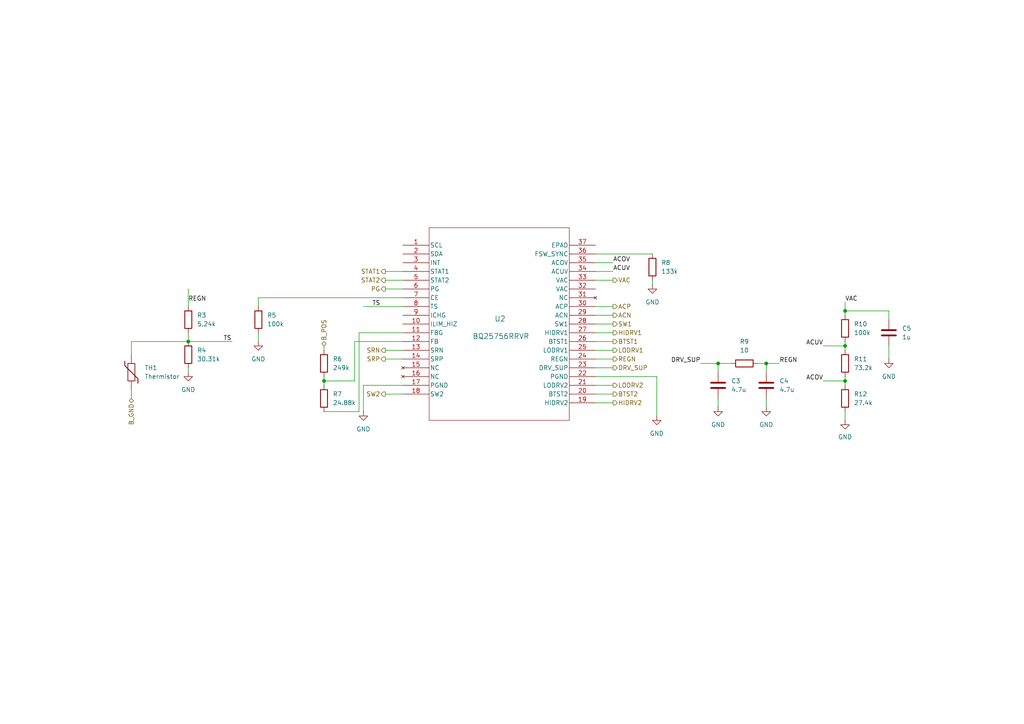
<source format=kicad_sch>
(kicad_sch (version 20231120) (generator "eeschema") (generator_version "8.0")
  (paper "A4")
  (lib_symbols
    (symbol "2025-05-13_07-39-33:BQ25756RRVR" (pin_names (offset 0.254))
      (property "Reference" "U" (at 0 33.02 0))
      (property "Value" "BQ25756RRVR" (at 0 30.48 0))
      (symbol "BQ25756RRVR_0_1"
        (polyline (pts (xy -20.32 -27.94) (xy 20.32 -27.94)) (stroke (width 0.127)))
        (polyline (pts (xy -20.32 27.94) (xy -20.32 -27.94)) (stroke (width 0.127)))
        (polyline (pts (xy 20.32 -27.94) (xy 20.32 27.94)) (stroke (width 0.127)))
        (polyline (pts (xy 20.32 27.94) (xy -20.32 27.94)) (stroke (width 0.127)))
        (pin input line (at -27.94 22.86 0) (length 7.62) (name "SCL") (number "1"))
        (pin input line (at -27.94 0 0) (length 7.62) (name "ILIM_HIZ") (number "10"))
        (pin input line (at -27.94 -2.54 0) (length 7.62) (name "FBG") (number "11"))
        (pin input line (at -27.94 -5.08 0) (length 7.62) (name "FB") (number "12"))
        (pin input line (at -27.94 -7.62 0) (length 7.62) (name "SRN") (number "13"))
        (pin input line (at -27.94 -10.16 0) (length 7.62) (name "SRP") (number "14"))
        (pin no_connect line (at -27.94 -12.7 0) (length 7.62) (name "NC") (number "15"))
        (pin no_connect line (at -27.94 -15.24 0) (length 7.62) (name "NC") (number "16"))
        (pin power_out line (at -27.94 -17.78 0) (length 7.62) (name "PGND") (number "17"))
        (pin power_in line (at -27.94 -20.32 0) (length 7.62) (name "SW2") (number "18"))
        (pin output line (at 27.94 -22.86 180) (length 7.62) (name "HIDRV2") (number "19"))
        (pin bidirectional line (at -27.94 20.32 0) (length 7.62) (name "SDA") (number "2"))
        (pin power_in line (at 27.94 -20.32 180) (length 7.62) (name "BTST2") (number "20"))
        (pin output line (at 27.94 -17.78 180) (length 7.62) (name "LODRV2") (number "21"))
        (pin power_in line (at 27.94 -15.24 180) (length 7.62) (name "PGND") (number "22"))
        (pin power_in line (at 27.94 -12.7 180) (length 7.62) (name "DRV_SUP") (number "23"))
        (pin power_in line (at 27.94 -10.16 180) (length 7.62) (name "REGN") (number "24"))
        (pin output line (at 27.94 -7.62 180) (length 7.62) (name "LODRV1") (number "25"))
        (pin power_in line (at 27.94 -5.08 180) (length 7.62) (name "BTST1") (number "26"))
        (pin output line (at 27.94 -2.54 180) (length 7.62) (name "HIDRV1") (number "27"))
        (pin power_in line (at 27.94 0 180) (length 7.62) (name "SW1") (number "28"))
        (pin input line (at 27.94 2.54 180) (length 7.62) (name "ACN") (number "29"))
        (pin output line (at -27.94 17.78 0) (length 7.62) (name "INT") (number "3"))
        (pin input line (at 27.94 5.08 180) (length 7.62) (name "ACP") (number "30"))
        (pin no_connect line (at 27.94 7.62 180) (length 7.62) (name "NC") (number "31"))
        (pin power_in line (at 27.94 10.16 180) (length 7.62) (name "VAC") (number "32"))
        (pin input line (at 27.94 12.7 180) (length 7.62) (name "VAC") (number "33"))
        (pin input line (at 27.94 15.24 180) (length 7.62) (name "ACUV") (number "34"))
        (pin input line (at 27.94 17.78 180) (length 7.62) (name "ACOV") (number "35"))
        (pin power_in line (at 27.94 20.32 180) (length 7.62) (name "FSW_SYNC") (number "36"))
        (pin power_out line (at 27.94 22.86 180) (length 7.62) (name "EPAD") (number "37"))
        (pin output line (at -27.94 15.24 0) (length 7.62) (name "STAT1") (number "4"))
        (pin output line (at -27.94 12.7 0) (length 7.62) (name "STAT2") (number "5"))
        (pin output line (at -27.94 10.16 0) (length 7.62) (name "PG") (number "6"))
        (pin bidirectional line (at -27.94 7.62 0) (length 7.62) (name "CE") (number "7"))
        (pin input line (at -27.94 5.08 0) (length 7.62) (name "TS") (number "8"))
        (pin input line (at -27.94 2.54 0) (length 7.62) (name "ICHG") (number "9"))
      )
    )
    (symbol "Device:C" (pin_numbers hide) (pin_names (offset 0.254))
      (property "Reference" "C" (at 0.635 2.54 0))
      (property "Value" "C" (at 0.635 -2.54 0))
      (symbol "C_0_1"
        (polyline (pts (xy -2.032 -0.762) (xy 2.032 -0.762)) (stroke (width 0.508)))
        (polyline (pts (xy -2.032 0.762) (xy 2.032 0.762)) (stroke (width 0.508)))
      )
      (symbol "C_1_1"
        (pin passive line (at 0 3.81 270) (length 2.794) (name "~") (number "1"))
        (pin passive line (at 0 -3.81 90) (length 2.794) (name "~") (number "2"))
      )
    )
    (symbol "Device:R" (pin_numbers hide) (pin_names (offset 0))
      (property "Reference" "R" (at 2.032 0 90))
      (property "Value" "R" (at 0 0 90))
      (symbol "R_0_1"
        (rectangle (start -1.016 -2.54) (end 1.016 2.54) (stroke (width 0.254)))
      )
      (symbol "R_1_1"
        (pin passive line (at 0 3.81 270) (length 1.27) (name "~") (number "1"))
        (pin passive line (at 0 -3.81 90) (length 1.27) (name "~") (number "2"))
      )
    )
    (symbol "Device:Thermistor" (pin_numbers hide) (pin_names (offset 0))
      (property "Reference" "TH" (at 2.54 1.27 90))
      (property "Value" "Thermistor" (at -2.54 0 90))
      (symbol "Thermistor_0_1"
        (rectangle (start -1.016 2.54) (end 1.016 -2.54) (stroke (width 0.2032)))
        (polyline (pts (xy -1.905 3.175) (xy -1.905 1.905) (xy 1.905 -1.905) (xy 1.905 -3.175) (xy 1.905 -3.175)) (stroke (width 0.254)))
      )
      (symbol "Thermistor_1_1"
        (pin passive line (at 0 5.08 270) (length 2.54) (name "~") (number "1"))
        (pin passive line (at 0 -5.08 90) (length 2.54) (name "~") (number "2"))
      )
    )
    (symbol "power:GND" (power) (pin_numbers hide) (pin_names (offset 0) hide)
      (property "Value" "GND" (at 0 -3.81 0))
      (symbol "GND_0_1"
        (polyline (pts (xy 0 0) (xy 0 -1.27) (xy 1.27 -1.27) (xy 0 -2.54) (xy -1.27 -1.27) (xy 0 -1.27)))
      )
      (symbol "GND_1_1"
        (pin power_in line (at 0 0 270) (length 0) (name "~") (number "1"))
      )
    )
  )
  (junction (at 54.61 99.06))
  (junction (at 222.25 105.41))
  (junction (at 245.11 100.33))
  (junction (at 208.28 105.41))
  (junction (at 245.11 90.17))
  (junction (at 93.98 110.49))
  (junction (at 245.11 110.49))
  (wire (pts (xy 172.72 96.52) (xy 177.8 96.52)))
  (wire (pts (xy 104.14 96.52) (xy 104.14 119.38)))
  (wire (pts (xy 172.72 114.3) (xy 177.8 114.3)))
  (wire (pts (xy 238.76 100.33) (xy 245.11 100.33)))
  (wire (pts (xy 116.84 96.52) (xy 104.14 96.52)))
  (wire (pts (xy 172.72 111.76) (xy 177.8 111.76)))
  (wire (pts (xy 93.98 110.49) (xy 93.98 111.76)))
  (wire (pts (xy 38.1 99.06) (xy 54.61 99.06)))
  (wire (pts (xy 177.8 81.28) (xy 172.72 81.28)))
  (wire (pts (xy 172.72 101.6) (xy 177.8 101.6)))
  (wire (pts (xy 93.98 109.22) (xy 93.98 110.49)))
  (wire (pts (xy 172.72 104.14) (xy 177.8 104.14)))
  (wire (pts (xy 172.72 93.98) (xy 177.8 93.98)))
  (wire (pts (xy 54.61 96.52) (xy 54.61 99.06)))
  (wire (pts (xy 172.72 116.84) (xy 177.8 116.84)))
  (wire (pts (xy 245.11 109.22) (xy 245.11 110.49)))
  (wire (pts (xy 257.81 100.33) (xy 257.81 104.14)))
  (wire (pts (xy 172.72 88.9) (xy 177.8 88.9)))
  (wire (pts (xy 111.76 101.6) (xy 116.84 101.6)))
  (wire (pts (xy 257.81 90.17) (xy 245.11 90.17)))
  (wire (pts (xy 105.41 111.76) (xy 105.41 119.38)))
  (wire (pts (xy 203.2 105.41) (xy 208.28 105.41)))
  (wire (pts (xy 172.72 73.66) (xy 189.23 73.66)))
  (wire (pts (xy 208.28 105.41) (xy 208.28 107.95)))
  (wire (pts (xy 93.98 100.33) (xy 93.98 101.6)))
  (wire (pts (xy 116.84 111.76) (xy 105.41 111.76)))
  (wire (pts (xy 102.87 110.49) (xy 93.98 110.49)))
  (wire (pts (xy 257.81 92.71) (xy 257.81 90.17)))
  (wire (pts (xy 222.25 105.41) (xy 226.06 105.41)))
  (wire (pts (xy 172.72 91.44) (xy 177.8 91.44)))
  (wire (pts (xy 111.76 81.28) (xy 116.84 81.28)))
  (wire (pts (xy 54.61 106.68) (xy 54.61 107.95)))
  (wire (pts (xy 116.84 88.9) (xy 105.41 88.9)))
  (wire (pts (xy 222.25 115.57) (xy 222.25 118.11)))
  (wire (pts (xy 177.8 76.2) (xy 172.72 76.2)))
  (wire (pts (xy 74.93 86.36) (xy 116.84 86.36)))
  (wire (pts (xy 245.11 87.63) (xy 245.11 90.17)))
  (wire (pts (xy 245.11 110.49) (xy 245.11 111.76)))
  (wire (pts (xy 245.11 90.17) (xy 245.11 91.44)))
  (wire (pts (xy 190.5 120.65) (xy 190.5 109.22)))
  (wire (pts (xy 38.1 99.06) (xy 38.1 102.87)))
  (wire (pts (xy 208.28 115.57) (xy 208.28 118.11)))
  (wire (pts (xy 38.1 113.03) (xy 38.1 115.57)))
  (wire (pts (xy 74.93 99.06) (xy 74.93 96.52)))
  (wire (pts (xy 245.11 119.38) (xy 245.11 121.92)))
  (wire (pts (xy 177.8 78.74) (xy 172.72 78.74)))
  (wire (pts (xy 245.11 100.33) (xy 245.11 101.6)))
  (wire (pts (xy 219.71 105.41) (xy 222.25 105.41)))
  (wire (pts (xy 189.23 82.55) (xy 189.23 81.28)))
  (wire (pts (xy 222.25 107.95) (xy 222.25 105.41)))
  (wire (pts (xy 172.72 106.68) (xy 177.8 106.68)))
  (wire (pts (xy 111.76 83.82) (xy 116.84 83.82)))
  (wire (pts (xy 212.09 105.41) (xy 208.28 105.41)))
  (wire (pts (xy 190.5 109.22) (xy 172.72 109.22)))
  (wire (pts (xy 104.14 119.38) (xy 93.98 119.38)))
  (wire (pts (xy 245.11 99.06) (xy 245.11 100.33)))
  (wire (pts (xy 111.76 78.74) (xy 116.84 78.74)))
  (wire (pts (xy 54.61 99.06) (xy 67.31 99.06)))
  (wire (pts (xy 238.76 110.49) (xy 245.11 110.49)))
  (wire (pts (xy 111.76 104.14) (xy 116.84 104.14)))
  (wire (pts (xy 102.87 99.06) (xy 102.87 110.49)))
  (wire (pts (xy 116.84 99.06) (xy 102.87 99.06)))
  (wire (pts (xy 74.93 88.9) (xy 74.93 86.36)))
  (wire (pts (xy 54.61 83.82) (xy 54.61 88.9)))
  (wire (pts (xy 111.76 114.3) (xy 116.84 114.3)))
  (wire (pts (xy 172.72 99.06) (xy 177.8 99.06)))
  (label "DRV_SUP" (at 203.2 105.41 180))
  (label "TS" (at 107.95 88.9 0))
  (label "REGN" (at 226.06 105.41 0))
  (label "ACOV" (at 177.8 76.2 0))
  (label "ACUV" (at 238.76 100.33 180))
  (label "TS" (at 64.77 99.06 0))
  (label "VAC" (at 245.11 87.63 0))
  (label "ACUV" (at 177.8 78.74 0))
  (label "ACOV" (at 238.76 110.49 180))
  (label "REGN" (at 54.61 87.63 0))
  (hierarchical_label "HIDRV2" (shape output) (at 177.8 116.84 0))
  (hierarchical_label "PG" (shape output) (at 111.76 83.82 180))
  (hierarchical_label "REGN" (shape output) (at 177.8 104.14 0))
  (hierarchical_label "ACN" (shape output) (at 177.8 91.44 0))
  (hierarchical_label "SRN" (shape output) (at 111.76 101.6 180))
  (hierarchical_label "B_GND" (shape bidirectional) (at 38.1 115.57 270))
  (hierarchical_label "SRP" (shape output) (at 111.76 104.14 180))
  (hierarchical_label "LODRV2" (shape output) (at 177.8 111.76 0))
  (hierarchical_label "B_POS" (shape bidirectional) (at 93.98 100.33 90))
  (hierarchical_label "BTST2" (shape output) (at 177.8 114.3 0))
  (hierarchical_label "ACP" (shape output) (at 177.8 88.9 0))
  (hierarchical_label "SW2" (shape output) (at 111.76 114.3 180))
  (hierarchical_label "LODRV1" (shape output) (at 177.8 101.6 0))
  (hierarchical_label "STAT2" (shape output) (at 111.76 81.28 180))
  (hierarchical_label "BTST1" (shape output) (at 177.8 99.06 0))
  (hierarchical_label "DRV_SUP" (shape output) (at 177.8 106.68 0))
  (hierarchical_label "VAC" (shape output) (at 177.8 81.28 0))
  (hierarchical_label "HIDRV1" (shape output) (at 177.8 96.52 0))
  (hierarchical_label "STAT1" (shape output) (at 111.76 78.74 180))
  (hierarchical_label "SW1" (shape output) (at 177.8 93.98 0))
  (symbol (lib_id "power:GND") (at 54.61 107.95 0) (unit 1)
    (property "Reference" "#PWR8" (effects (hide yes)))
    (property "Value" "GND" (at 54.61 113.03 0))
    (property "Description" "Power symbol creates a global label with name \"GND\" , ground" (effects (hide yes)))
  )
  (symbol (lib_id "Device:R") (at 74.93 92.71 180) (unit 1)
    (property "Reference" "R5" (at 77.47 91.4399 0) (effects (justify right)))
    (property "Value" "100k" (at 77.47 93.9799 0) (effects (justify right)))
    (property "Description" "Resistor" (effects (hide yes)))
  )
  (symbol (lib_id "power:GND") (at 105.41 119.38 0) (unit 1)
    (property "Reference" "#PWR10" (effects (hide yes)))
    (property "Value" "GND" (at 105.41 124.46 0))
    (property "Description" "Power symbol creates a global label with name \"GND\" , ground" (effects (hide yes)))
  )
  (symbol (lib_id "Device:C") (at 208.28 111.76 0) (unit 1)
    (property "Reference" "C3" (at 212.09 110.4899 0) (effects (justify left)))
    (property "Value" "4.7u" (at 212.09 113.0299 0) (effects (justify left)))
    (property "Description" "Unpolarized capacitor" (effects (hide yes)))
  )
  (symbol (lib_id "power:GND") (at 190.5 120.65 0) (unit 1)
    (property "Reference" "#PWR12" (effects (hide yes)))
    (property "Value" "GND" (at 190.5 125.73 0))
    (property "Description" "Power symbol creates a global label with name \"GND\" , ground" (effects (hide yes)))
  )
  (symbol (lib_id "Device:C") (at 222.25 111.76 0) (unit 1)
    (property "Reference" "C4" (at 226.06 110.4899 0) (effects (justify left)))
    (property "Value" "4.7u" (at 226.06 113.0299 0) (effects (justify left)))
    (property "Description" "Unpolarized capacitor" (effects (hide yes)))
  )
  (symbol (lib_id "Device:R") (at 245.11 95.25 180) (unit 1)
    (property "Reference" "R10" (at 247.65 93.9799 0) (effects (justify right)))
    (property "Value" "100k" (at 247.65 96.5199 0) (effects (justify right)))
    (property "Description" "Resistor" (effects (hide yes)))
  )
  (symbol (lib_id "Device:R") (at 54.61 102.87 180) (unit 1)
    (property "Reference" "R4" (at 57.15 101.5999 0) (effects (justify right)))
    (property "Value" "30.31k" (at 57.15 104.1399 0) (effects (justify right)))
    (property "Description" "Resistor" (effects (hide yes)))
  )
  (symbol (lib_id "Device:R") (at 93.98 115.57 180) (unit 1)
    (property "Reference" "R7" (at 96.52 114.2999 0) (effects (justify right)))
    (property "Value" "24.88k" (at 96.52 116.8399 0) (effects (justify right)))
    (property "Description" "Resistor" (effects (hide yes)))
  )
  (symbol (lib_id "power:GND") (at 74.93 99.06 0) (unit 1)
    (property "Reference" "#PWR9" (effects (hide yes)))
    (property "Value" "GND" (at 74.93 104.14 0))
    (property "Description" "Power symbol creates a global label with name \"GND\" , ground" (effects (hide yes)))
  )
  (symbol (lib_id "power:GND") (at 245.11 121.92 0) (unit 1)
    (property "Reference" "#PWR15" (effects (hide yes)))
    (property "Value" "GND" (at 245.11 126.746 0))
    (property "Description" "Power symbol creates a global label with name \"GND\" , ground" (effects (hide yes)))
  )
  (symbol (lib_id "Device:R") (at 93.98 105.41 180) (unit 1)
    (property "Reference" "R6" (at 96.52 104.1399 0) (effects (justify right)))
    (property "Value" "249k" (at 96.52 106.6799 0) (effects (justify right)))
    (property "Description" "Resistor" (effects (hide yes)))
  )
  (symbol (lib_id "Device:Thermistor") (at 38.1 107.95 0) (unit 1)
    (property "Reference" "TH1" (at 41.91 106.6799 0) (effects (justify left)))
    (property "Value" "Thermistor" (at 41.91 109.2199 0) (effects (justify left)))
    (property "Footprint" "Resistor_SMD:R_0603_1608Metric" (effects (hide yes)))
  )
  (symbol (lib_id "power:GND") (at 257.81 104.14 0) (unit 1)
    (property "Reference" "#PWR16" (effects (hide yes)))
    (property "Value" "GND" (at 257.81 109.22 0))
    (property "Description" "Power symbol creates a global label with name \"GND\" , ground" (effects (hide yes)))
  )
  (symbol (lib_id "power:GND") (at 222.25 118.11 0) (unit 1)
    (property "Reference" "#PWR14" (effects (hide yes)))
    (property "Value" "GND" (at 222.25 123.19 0))
    (property "Description" "Power symbol creates a global label with name \"GND\" , ground" (effects (hide yes)))
  )
  (symbol (lib_id "Device:R") (at 54.61 92.71 180) (unit 1)
    (property "Reference" "R3" (at 57.15 91.4399 0) (effects (justify right)))
    (property "Value" "5.24k" (at 57.15 93.9799 0) (effects (justify right)))
    (property "Description" "Resistor" (effects (hide yes)))
  )
  (symbol (lib_id "Device:R") (at 245.11 115.57 180) (unit 1)
    (property "Reference" "R12" (at 247.65 114.2999 0) (effects (justify right)))
    (property "Value" "27.4k" (at 247.65 116.8399 0) (effects (justify right)))
    (property "Description" "Resistor" (effects (hide yes)))
  )
  (symbol (lib_id "Device:R") (at 189.23 77.47 180) (unit 1)
    (property "Reference" "R8" (at 191.77 76.1999 0) (effects (justify right)))
    (property "Value" "133k" (at 191.77 78.7399 0) (effects (justify right)))
    (property "Description" "Resistor" (effects (hide yes)))
  )
  (symbol (lib_id "Device:C") (at 257.81 96.52 0) (unit 1)
    (property "Reference" "C5" (at 261.62 95.2499 0) (effects (justify left)))
    (property "Value" "1u" (at 261.62 97.7899 0) (effects (justify left)))
    (property "Description" "Unpolarized capacitor" (effects (hide yes)))
  )
  (symbol (lib_id "power:GND") (at 208.28 118.11 0) (unit 1)
    (property "Reference" "#PWR13" (effects (hide yes)))
    (property "Value" "GND" (at 208.28 123.19 0))
    (property "Description" "Power symbol creates a global label with name \"GND\" , ground" (effects (hide yes)))
  )
  (symbol (lib_id "Device:R") (at 215.9 105.41 90) (unit 1)
    (property "Reference" "R9" (at 215.9 99.06 90))
    (property "Value" "10" (at 215.9 101.6 90))
    (property "Description" "Resistor" (effects (hide yes)))
  )
  (symbol (lib_id "power:GND") (at 189.23 82.55 0) (unit 1)
    (property "Reference" "#PWR11" (effects (hide yes)))
    (property "Value" "GND" (at 189.23 87.63 0))
    (property "Description" "Power symbol creates a global label with name \"GND\" , ground" (effects (hide yes)))
  )
  (symbol (lib_id "Device:R") (at 245.11 105.41 180) (unit 1)
    (property "Reference" "R11" (at 247.65 104.1399 0) (effects (justify right)))
    (property "Value" "73.2k" (at 247.65 106.6799 0) (effects (justify right)))
    (property "Description" "Resistor" (effects (hide yes)))
  )
  (symbol (lib_id "2025-05-13_07-39-33:BQ25756RRVR") (at 144.78 93.98 0) (unit 1)
    (property "Reference" "U2" (at 145.034 92.456 0) (effects (font (size 1.524 1.524))))
    (property "Value" "BQ25756RRVR" (at 145.288 97.536 0) (effects (font (size 1.524 1.524))))
    (property "Footprint" "VQFN36_RRV_TEX" (effects (hide yes)))
    (property "Datasheet" "BQ25756RRVR" (effects (hide yes)))
  )
)
</source>
